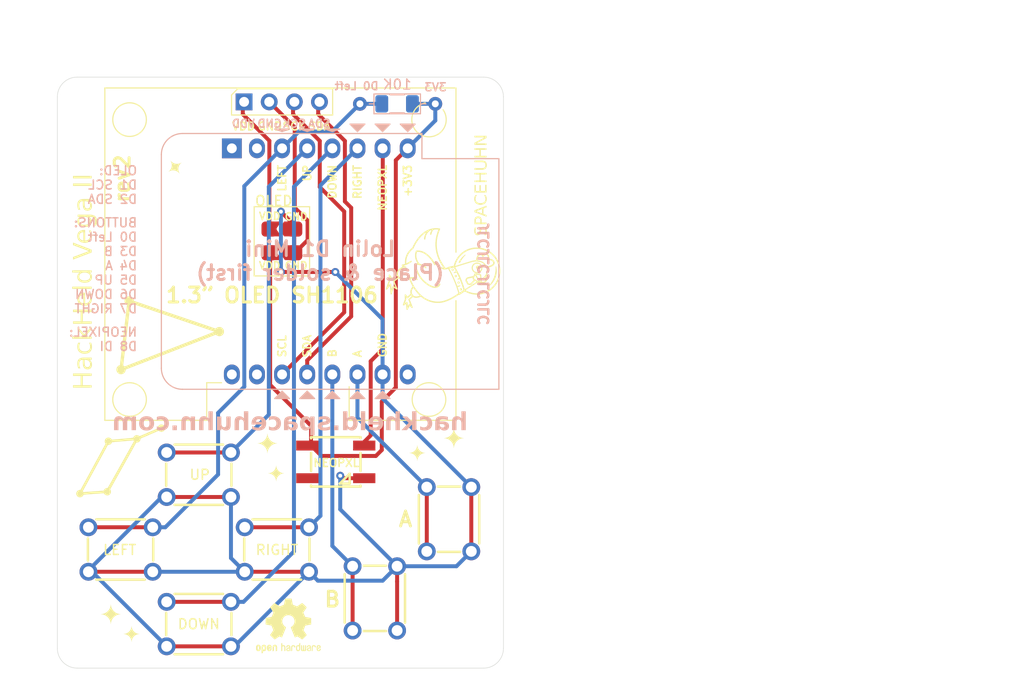
<source format=kicad_pcb>
(kicad_pcb (version 20221018) (generator pcbnew)
  (title_block (title "Hackheld Vega II") (date "2023-02-26") (rev "1") (company "Spacehuhn Technologies") (comment 1 "Designed with <3 by Stefan"))
  (layers (0 "F.Cu" signal) (31 "B.Cu" signal) (34 "B.Paste" user) (35 "F.Paste" user) (36 "B.SilkS" user "B.Silkscreen") (37 "F.SilkS" user "F.Silkscreen") (38 "B.Mask" user) (39 "F.Mask" user) (44 "Edge.Cuts" user))
  (net 0 "")
  (net 1 "+5V")
  (net 3 "/NEOPIXEL")
  (net 4 "GND")
  (net 5 "+3V3")
  (net 6 "/SCL")
  (net 7 "/SDA")
  (net 8 "/LEFT")
  (net 9 "/RIGHT")
  (net 10 "/UP")
  (net 11 "/DOWN")
  (net 12 "/A")
  (net 13 "/B")
  (net 14 "/OLED_VDD")
  (net 15 "/OLED_GND")
  (footprint "_mykicadlib:SW-KEY-TH_4P-L6.0-W6.0-P4.50-LS6.5" (layer "F.Cu") (at 135.99 114.26 180)
    (fp_text reference "SW1" hide)
    (fp_text value "SW_Push")
    (pad "1" thru_hole circle (at -3.25 2.25 180) (size 1.8 1.8) (drill 1.100023) (layers "*.Cu" "*.Paste" "*.Mask") (net 8 "/LEFT"))
    (pad "1" thru_hole circle (at 3.25 2.25 180) (size 1.8 1.8) (drill 1.100023) (layers "*.Cu" "*.Paste" "*.Mask") (net 8 "/LEFT"))
    (pad "2" thru_hole circle (at -3.25 -2.25 180) (size 1.8 1.8) (drill 1.100023) (layers "*.Cu" "*.Paste" "*.Mask") (net 4 "GND"))
    (pad "2" thru_hole circle (at 3.25 -2.25 180) (size 1.8 1.8) (drill 1.100023) (layers "*.Cu" "*.Paste" "*.Mask") (net 4 "GND"))
  )
  (footprint "_mykicadlib:SW-KEY-TH_4P-L6.0-W6.0-P4.50-LS6.5" (layer "F.Cu") (at 161.7 119.2 -90)
    (fp_text reference "SW6" hide)
    (fp_text value "SW_Push")
    (pad "1" thru_hole circle (at -3.25 2.25 270) (size 1.8 1.8) (drill 1.100023) (layers "*.Cu" "*.Paste" "*.Mask") (net 13 "/B"))
    (pad "1" thru_hole circle (at 3.25 2.25 270) (size 1.8 1.8) (drill 1.100023) (layers "*.Cu" "*.Paste" "*.Mask") (net 13 "/B"))
    (pad "2" thru_hole circle (at -3.25 -2.25 270) (size 1.8 1.8) (drill 1.100023) (layers "*.Cu" "*.Paste" "*.Mask") (net 4 "GND"))
    (pad "2" thru_hole circle (at 3.25 -2.25 270) (size 1.8 1.8) (drill 1.100023) (layers "*.Cu" "*.Paste" "*.Mask") (net 4 "GND"))
  )
  (footprint "_mykicadlib:SW-KEY-TH_4P-L6.0-W6.0-P4.50-LS6.5" (layer "F.Cu") (at 169.2 111.2 -90)
    (fp_text reference "SW5" hide)
    (fp_text value "SW_Push")
    (pad "1" thru_hole circle (at -3.25 2.25 270) (size 1.8 1.8) (drill 1.100023) (layers "*.Cu" "*.Paste" "*.Mask") (net 12 "/A"))
    (pad "1" thru_hole circle (at 3.25 2.25 270) (size 1.8 1.8) (drill 1.100023) (layers "*.Cu" "*.Paste" "*.Mask") (net 12 "/A"))
    (pad "2" thru_hole circle (at -3.25 -2.25 270) (size 1.8 1.8) (drill 1.100023) (layers "*.Cu" "*.Paste" "*.Mask") (net 4 "GND"))
    (pad "2" thru_hole circle (at 3.25 -2.25 270) (size 1.8 1.8) (drill 1.100023) (layers "*.Cu" "*.Paste" "*.Mask") (net 4 "GND"))
  )
  (footprint "_mykicadlib:SW-KEY-TH_4P-L6.0-W6.0-P4.50-LS6.5" (layer "F.Cu") (at 143.9 121.8 180)
    (fp_text reference "SW4" hide)
    (fp_text value "SW_Push")
    (pad "1" thru_hole circle (at -3.25 2.25 180) (size 1.8 1.8) (drill 1.100023) (layers "*.Cu" "*.Paste" "*.Mask") (net 11 "/DOWN"))
    (pad "1" thru_hole circle (at 3.25 2.25 180) (size 1.8 1.8) (drill 1.100023) (layers "*.Cu" "*.Paste" "*.Mask") (net 11 "/DOWN"))
    (pad "2" thru_hole circle (at -3.25 -2.25 180) (size 1.8 1.8) (drill 1.100023) (layers "*.Cu" "*.Paste" "*.Mask") (net 4 "GND"))
    (pad "2" thru_hole circle (at 3.25 -2.25 180) (size 1.8 1.8) (drill 1.100023) (layers "*.Cu" "*.Paste" "*.Mask") (net 4 "GND"))
  )
  (footprint "_mykicadlib:SW-KEY-TH_4P-L6.0-W6.0-P4.50-LS6.5" (layer "F.Cu") (at 143.9 106.7 180)
    (fp_text reference "SW3" hide)
    (fp_text value "SW_Push")
    (pad "1" thru_hole circle (at -3.25 2.25 180) (size 1.8 1.8) (drill 1.100023) (layers "*.Cu" "*.Paste" "*.Mask") (net 10 "/UP"))
    (pad "1" thru_hole circle (at 3.25 2.25 180) (size 1.8 1.8) (drill 1.100023) (layers "*.Cu" "*.Paste" "*.Mask") (net 10 "/UP"))
    (pad "2" thru_hole circle (at -3.25 -2.25 180) (size 1.8 1.8) (drill 1.100023) (layers "*.Cu" "*.Paste" "*.Mask") (net 4 "GND"))
    (pad "2" thru_hole circle (at 3.25 -2.25 180) (size 1.8 1.8) (drill 1.100023) (layers "*.Cu" "*.Paste" "*.Mask") (net 4 "GND"))
  )
  (footprint "_mykicadlib:SW-KEY-TH_4P-L6.0-W6.0-P4.50-LS6.5" (layer "F.Cu") (at 151.79 114.26 180)
    (fp_text reference "SW2" hide)
    (fp_text value "SW_Push")
    (pad "1" thru_hole circle (at -3.25 2.25 180) (size 1.8 1.8) (drill 1.100023) (layers "*.Cu" "*.Paste" "*.Mask") (net 9 "/RIGHT"))
    (pad "1" thru_hole circle (at 3.25 2.25 180) (size 1.8 1.8) (drill 1.100023) (layers "*.Cu" "*.Paste" "*.Mask") (net 9 "/RIGHT"))
    (pad "2" thru_hole circle (at -3.25 -2.25 180) (size 1.8 1.8) (drill 1.100023) (layers "*.Cu" "*.Paste" "*.Mask") (net 4 "GND"))
    (pad "2" thru_hole circle (at 3.25 -2.25 180) (size 1.8 1.8) (drill 1.100023) (layers "*.Cu" "*.Paste" "*.Mask") (net 4 "GND"))
  )
  (footprint "_mykicadlib:LED-SMD_4P-L5.0-W5.0-BL_TC5050RGB-handsolder" (layer "F.Cu") (at 157.75 105.4)
    (fp_text reference "D1" hide)
    (fp_text value "WS2812B")
    (pad "1" smd rect (at -2.875 -1.65) (size 2.25 1) (layers "F.Cu" "F.Paste" "F.Mask") (net 5 "+3V3"))
    (pad "2" smd rect (at -2.875 1.65) (size 2.25 1) (layers "F.Cu" "F.Paste" "F.Mask"))
    (pad "3" smd rect (at 2.875 1.65) (size 2.25 1) (layers "F.Cu" "F.Paste" "F.Mask") (net 4 "GND"))
    (pad "4" smd rect (at 2.875 -1.65) (size 2.25 1) (layers "F.Cu" "F.Paste" "F.Mask") (net 3 "/NEOPIXEL"))
  )
  (footprint "Artwork:spacehuhn" (layer "F.Cu") (at 168.268016 86.128536 -60)
    (fp_text reference "G14" hide)
    (fp_text value "LOGO" hide)
  )
  (footprint "Artwork:star_small" (layer "F.Cu") (at 135 120.8)
    (fp_text reference "G8" hide)
    (fp_text value "LOGO" hide)
  )
  (footprint "Artwork:star_tiny" (layer "F.Cu") (at 137.1 122.8)
    (fp_text reference "G7" hide)
    (fp_text value "LOGO" hide)
  )
  (footprint "Artwork:star_tiny" (layer "F.Cu") (at 141.5 75.6 35)
    (fp_text reference "G13" hide)
    (fp_text value "LOGO" hide)
  )
  (footprint "Artwork:summer_triangle" (layer "F.Cu") (at 141 92.6 90)
    (fp_text reference "G10" hide)
    (fp_text value "LOGO" hide)
  )
  (footprint "Artwork:lyra" (layer "F.Cu") (at 136 105.3 -15)
    (fp_text reference "G9" hide)
    (fp_text value "LOGO" hide)
  )
  (footprint "_mykicadlib:OLED_I2C_1.3" (layer "F.Cu") (at 152.68 69.25)
    (fp_text reference "J1" hide)
    (fp_text value "OLED_I2C" hide)
    (fp_text user "VDD" (at -4.28 1.95 unlocked) (layer "B.SilkS") (effects (font (size 0.8 0.8) (thickness 0.16)) (justify mirror)))
    (fp_text user "SDA" (at 3.4 1.95 unlocked) (layer "B.SilkS") (effects (font (size 0.8 0.8) (thickness 0.16)) (justify mirror)))
    (fp_text user "SCK" (at 0.86 1.95 unlocked) (layer "B.SilkS") (effects (font (size 0.8 0.8) (thickness 0.16)) (justify mirror)))
    (fp_text user "GND" (at -1.62 1.95 unlocked) (layer "B.SilkS") (effects (font (size 0.8 0.8) (thickness 0.16)) (justify mirror)))
    (fp_text user "VDD" (at -4.26 2.2265) (layer "F.SilkS") (effects (font (size 0.8 0.8) (thickness 0.16))))
    (fp_text user "1.3” OLED SH1106" (at -1.38 19.3) (layer "F.SilkS") (effects (font (size 1.5 1.5) (thickness 0.3) bold)))
    (fp_text user "SDA" (at 3.42 2.2265) (layer "F.SilkS") (effects (font (size 0.8 0.8) (thickness 0.16))))
    (fp_text user "GND" (at -1.6 2.2265) (layer "F.SilkS") (effects (font (size 0.8 0.8) (thickness 0.16))))
    (fp_text user "SCK" (at 0.88 2.2265) (layer "F.SilkS") (effects (font (size 0.8 0.8) (thickness 0.16))))
    (pad "1" thru_hole rect (at -4.2 -0.25 90) (size 1.7 1.7) (drill 1) (layers "*.Cu" "*.Mask") (net 14 "/OLED_VDD"))
    (pad "2" thru_hole oval (at -1.66 -0.25 90) (size 1.7 1.7) (drill 1) (layers "*.Cu" "*.Mask") (net 15 "/OLED_GND"))
    (pad "3" thru_hole oval (at 0.88 -0.25 90) (size 1.7 1.7) (drill 1) (layers "*.Cu" "*.Mask") (net 6 "/SCL"))
    (pad "4" thru_hole oval (at 3.42 -0.25 90) (size 1.7 1.7) (drill 1) (layers "*.Cu" "*.Mask") (net 7 "/SDA"))
  )
  (footprint "Symbol:OSHW-Logo2_7.3x6mm_SilkScreen" (layer "F.Cu") (at 152.96 121.98)
    (fp_text reference "G11" hide)
    (fp_text value "OSHW-Logo2_7.3x6mm_SilkScreen" hide)
  )
  (footprint "Artwork:star_tiny" (layer "F.Cu") (at 151.72 106.56)
    (fp_text reference "G5" hide)
    (fp_text value "LOGO" hide)
  )
  (footprint "Artwork:star_small" (layer "F.Cu") (at 150.84 103.53 90)
    (fp_text reference "G6" hide)
    (fp_text value "LOGO" hide)
  )
  (footprint "_mykicadlib:SolderJumper_Open" (layer "F.Cu") (at 152.3 81.85 180)
    (fp_text reference "JP4" hide)
    (fp_text value "Jumper_2_Open" hide)
    (pad "1" smd custom (at -0.725 0 180) (size 0.3 0.3) (layers "F.Cu" "F.Mask") (net 4 "GND") (options (clearance outline) (anchor rect)) (primitives (gr_poly (pts (xy 1 0) (xy 0.5 0.75) (xy -0.5 0.75) (xy -0.5 -0.75) (xy 0.5 -0.75)) (width 0) (fill yes))))
    (pad "2" smd custom (at 0.725 0 180) (size 0.3 0.3) (layers "F.Cu" "F.Mask") (net 14 "/OLED_VDD") (options (clearance outline) (anchor rect)) (primitives (gr_poly (pts (xy 0.5 0.75) (xy -0.65 0.75) (xy -0.15 0) (xy -0.65 -0.75) (xy 0.5 -0.75)) (width 0) (fill yes))))
  )
  (footprint "MountingHole:MountingHole_2.2mm_M2" (layer "F.Cu") (at 132 123.85)
    (fp_text reference "REF2" hide)
    (fp_text value "MountingHole_2.2mm_M2" hide)
    (pad "" np_thru_hole circle (at 0 0) (size 2.2 2.2) (drill 2.2) (layers "*.Cu" "*.Mask"))
  )
  (footprint "MountingHole:MountingHole_2.2mm_M2" (layer "F.Cu") (at 172.3 123.85)
    (fp_text reference "REF1" hide)
    (fp_text value "MountingHole_2.2mm_M2" hide)
    (pad "" np_thru_hole circle (at 0 0) (size 2.2 2.2) (drill 2.2) (layers "*.Cu" "*.Mask"))
  )
  (footprint "_mykicadlib:Bridge" (layer "F.Cu") (at 153.6 83.062 180)
    (fp_text reference "JP2" hide)
    (fp_text value "Jumper_2_Bridged" hide)
    (fp_line (start 0 -0.438) (end 0 0.438) (stroke (width 0.3)) (layer "F.Cu"))
    (pad "1" smd roundrect (at 0 -1.2 180) (size 1.524 1.524) (layers "F.Cu" "F.Mask") (net 15 "/OLED_GND"))
    (pad "2" smd roundrect (at 0 1.2 180) (size 1.524 1.524) (layers "F.Cu" "F.Mask") (net 4 "GND"))
  )
  (footprint "_mykicadlib:Bridge" (layer "F.Cu") (at 151 83.062 180)
    (fp_text reference "JP1" hide)
    (fp_text value "Jumper_2_Bridged" hide)
    (fp_line (start 0 -0.438) (end 0 0.438) (stroke (width 0.3)) (layer "F.Cu"))
    (pad "1" smd roundrect (at 0 -1.2 180) (size 1.524 1.524) (layers "F.Cu" "F.Mask") (net 5 "+3V3"))
    (pad "2" smd roundrect (at 0 1.2 180) (size 1.524 1.524) (layers "F.Cu" "F.Mask") (net 14 "/OLED_VDD"))
  )
  (footprint "MountingHole:MountingHole_2.2mm_M2" (layer "F.Cu") (at 172.3 68.9)
    (fp_text reference "REF4" hide)
    (fp_text value "MountingHole_2.2mm_M2" hide)
    (pad "" np_thru_hole circle (at 0 0) (size 2.2 2.2) (drill 2.2) (layers "*.Cu" "*.Mask"))
  )
  (footprint "Artwork:star_small" (layer "F.Cu") (at 169.69 103 90)
    (fp_text reference "G4" hide)
    (fp_text value "LOGO" hide)
  )
  (footprint "_mykicadlib:SolderJumper_Open" (layer "F.Cu") (at 152.375 84.25 180)
    (fp_text reference "JP3" hide)
    (fp_text value "Jumper_2_Open" hide)
    (pad "1" smd custom (at -0.725 0 180) (size 0.3 0.3) (layers "F.Cu" "F.Mask") (net 15 "/OLED_GND") (options (clearance outline) (anchor rect)) (primitives (gr_poly (pts (xy 1 0) (xy 0.5 0.75) (xy -0.5 0.75) (xy -0.5 -0.75) (xy 0.5 -0.75)) (width 0) (fill yes))))
    (pad "2" smd custom (at 0.725 0 180) (size 0.3 0.3) (layers "F.Cu" "F.Mask") (net 5 "+3V3") (options (clearance outline) (anchor rect)) (primitives (gr_poly (pts (xy 0.5 0.75) (xy -0.65 0.75) (xy -0.15 0) (xy -0.65 -0.75) (xy 0.5 -0.75)) (width 0) (fill yes))))
  )
  (footprint "Artwork:star_tiny" (layer "F.Cu") (at 165.99 104.5)
    (fp_text reference "G3" hide)
    (fp_text value "LOGO" hide)
  )
  (footprint "MountingHole:MountingHole_2.2mm_M2" (layer "F.Cu") (at 132 68.9)
    (fp_text reference "REF3" hide)
    (fp_text value "MountingHole_2.2mm_M2" hide)
    (pad "" np_thru_hole circle (at 0 0) (size 2.2 2.2) (drill 2.2) (layers "*.Cu" "*.Mask"))
  )
  (footprint "_mykicadlib:D1_mini_ESP8266" (layer "B.Cu") (at 147.24 73.7 -90)
    (fp_text reference "U1" hide)
    (fp_text value "D1_mini")
    (pad "1" thru_hole rect (at 0 0 270) (size 2 2) (drill 1) (layers "*.Cu" "*.Mask"))
    (pad "2" thru_hole oval (at 0 -2.54 270) (size 2 1.6) (drill 1) (layers "*.Cu" "*.Mask"))
    (pad "3" thru_hole oval (at 0 -5.08 270) (size 2 1.6) (drill 1) (layers "*.Cu" "*.Mask") (net 8 "/LEFT"))
    (pad "4" thru_hole oval (at 0 -7.62 270) (size 2 1.6) (drill 1) (layers "*.Cu" "*.Mask") (net 10 "/UP"))
    (pad "5" thru_hole oval (at 0 -10.16 270) (size 2 1.6) (drill 1) (layers "*.Cu" "*.Mask") (net 11 "/DOWN"))
    (pad "6" thru_hole oval (at 0 -12.7 270) (size 2 1.6) (drill 1) (layers "*.Cu" "*.Mask") (net 9 "/RIGHT"))
    (pad "7" thru_hole oval (at 0 -15.24 270) (size 2 1.6) (drill 1) (layers "*.Cu" "*.Mask") (net 3 "/NEOPIXEL"))
    (pad "8" thru_hole oval (at 0 -17.78 270) (size 2 1.6) (drill 1) (layers "*.Cu" "*.Mask") (net 5 "+3V3"))
    (pad "9" thru_hole oval (at 22.86 -17.78 270) (size 2 1.6) (drill 1) (layers "*.Cu" "*.Mask") (net 1 "+5V"))
    (pad "10" thru_hole oval (at 22.86 -15.24 270) (size 2 1.6) (drill 1) (layers "*.Cu" "*.Mask") (net 4 "GND"))
    (pad "11" thru_hole oval (at 22.86 -12.7 270) (size 2 1.6) (drill 1) (layers "*.Cu" "*.Mask") (net 12 "/A"))
    (pad "12" thru_hole oval (at 22.86 -10.16 270) (size 2 1.6) (drill 1) (layers "*.Cu" "*.Mask") (net 13 "/B"))
    (pad "13" thru_hole oval (at 22.86 -7.62 270) (size 2 1.6) (drill 1) (layers "*.Cu" "*.Mask") (net 7 "/SDA"))
    (pad "14" thru_hole oval (at 22.86 -5.08 270) (size 2 1.6) (drill 1) (layers "*.Cu" "*.Mask") (net 6 "/SCL"))
    (pad "15" thru_hole oval (at 22.86 -2.54 270) (size 2 1.6) (drill 1) (layers "*.Cu" "*.Mask"))
    (pad "16" thru_hole oval (at 22.86 0 270) (size 2 1.6) (drill 1) (layers "*.Cu" "*.Mask"))
  )
  (footprint "Resistor_THT:R_Axial_DIN0204_L3.6mm_D1.6mm_P7.62mm_Horizontal" (layer "B.Cu") (at 167.81 69.2 180)
    (fp_text reference "R2" hide)
    (fp_text value "10K")
    (pad "1" thru_hole circle (at 0 0 180) (size 1.4 1.4) (drill 0.7) (layers "*.Cu" "*.Mask") (net 5 "+3V3"))
    (pad "2" thru_hole oval (at 7.62 0 180) (size 1.4 1.4) (drill 0.7) (layers "*.Cu" "*.Mask") (net 8 "/LEFT"))
  )
  (footprint "Resistor_SMD:R_1206_3216Metric_Pad1.30x1.75mm_HandSolder" (layer "B.Cu") (at 163.95 69.2 180)
    (fp_text reference "R1" hide)
    (fp_text value "10K" hide)
    (pad "1" smd roundrect (at -1.55 0 180) (size 1.3 1.75) (layers "B.Cu" "B.Paste" "B.Mask") (roundrect_rratio 0.1923076923) (net 5 "+3V3"))
    (pad "2" smd roundrect (at 1.55 0 180) (size 1.3 1.75) (layers "B.Cu" "B.Paste" "B.Mask") (roundrect_rratio 0.1923076923) (net 8 "/LEFT"))
  )
  (gr_poly (pts (xy 163.23 71.25) (xy 162.48 72) (xy 161.73 71.25)) (stroke (width 0.12)) (fill solid) (layer "B.SilkS"))
  (gr_poly (pts (xy 165.77 71.25) (xy 165.02 72) (xy 164.27 71.25)) (stroke (width 0.12)) (fill solid) (layer "B.SilkS"))
  (gr_poly (pts (xy 155.61 71.75) (xy 154.86 72) (xy 154.11 71.75)) (stroke (width 0.12)) (fill solid) (layer "B.SilkS"))
  (gr_poly (pts (xy 161.73 99) (xy 162.48 98.25) (xy 163.23 99)) (stroke (width 0.12)) (fill solid) (layer "B.SilkS"))
  (gr_poly (pts (xy 151.57 99) (xy 152.32 98.25) (xy 153.07 99)) (stroke (width 0.12)) (fill solid) (layer "B.SilkS"))
  (gr_poly (pts (xy 158.15 71.75) (xy 157.4 72) (xy 156.65 71.75)) (stroke (width 0.12)) (fill solid) (layer "B.SilkS"))
  (gr_poly (pts (xy 159.19 99) (xy 159.94 98.25) (xy 160.69 99)) (stroke (width 0.12)) (fill solid) (layer "B.SilkS"))
  (gr_poly (pts (xy 160.69 71.25) (xy 159.94 72) (xy 159.19 71.25)) (stroke (width 0.12)) (fill solid) (layer "B.SilkS"))
  (gr_poly (pts (xy 156.65 99) (xy 157.4 98.25) (xy 158.15 99)) (stroke (width 0.12)) (fill solid) (layer "B.SilkS"))
  (gr_poly (pts (xy 154.11 99) (xy 154.86 98.25) (xy 155.61 99)) (stroke (width 0.12)) (fill solid) (layer "B.SilkS"))
  (gr_poly (pts (xy 153.07 71.75) (xy 152.32 72) (xy 151.57 71.75)) (stroke (width 0.12)) (fill solid) (layer "B.SilkS"))
  (gr_line (start 149.5 86.6) (end 155.1 86.6) (stroke (width 0.12)) (layer "F.SilkS"))
  (gr_line (start 155.1 86.6) (end 155.1 79.6) (stroke (width 0.12)) (layer "F.SilkS"))
  (gr_line (start 149.5 79.6) (end 149.5 86.6) (stroke (width 0.12)) (layer "F.SilkS"))
  (gr_line (start 155.1 79.6) (end 149.5 79.6) (stroke (width 0.12)) (layer "F.SilkS"))
  (gr_arc (start 172.7 66.5) (mid 174.114214 67.085786) (end 174.7 68.5) (stroke (width 0.05)) (layer "Edge.Cuts"))
  (gr_line (start 174.7 124.25) (end 174.7 68.5) (stroke (width 0.05)) (layer "Edge.Cuts"))
  (gr_arc (start 129.6 68.5) (mid 130.185786 67.085786) (end 131.6 66.5) (stroke (width 0.05)) (layer "Edge.Cuts"))
  (gr_line (start 131.6 66.5) (end 172.7 66.5) (stroke (width 0.05)) (layer "Edge.Cuts"))
  (gr_line (start 172.7 126.25) (end 131.6 126.25) (stroke (width 0.05)) (layer "Edge.Cuts"))
  (gr_arc (start 131.6 126.25) (mid 130.185786 125.664214) (end 129.6 124.25) (stroke (width 0.05)) (layer "Edge.Cuts"))
  (gr_arc (start 174.7 124.25) (mid 174.114214 125.664214) (end 172.7 126.25) (stroke (width 0.05)) (layer "Edge.Cuts"))
  (gr_line (start 129.6 124.25) (end 129.6 68.5) (stroke (width 0.05)) (layer "Edge.Cuts"))
  (gr_text "OLED:\nD1 SCL\nD2 SDA" (at 137.75 77.4) (layer "B.SilkS") (effects (font (size 0.9 0.9) (thickness 0.15) bold) (justify left mirror)))
  (gr_text "JLCJLCJLCJLC" (at 173.3 81.1 90) (layer "B.SilkS") (effects (font (size 1 1) (thickness 0.25) bold) (justify left bottom mirror)))
  (gr_text "10K" (at 165.5 67.825) (layer "B.SilkS") (effects (font (size 1 1)) (justify left bottom mirror)))
  (gr_text "NEOPIXEL:\nD8 DI" (at 137.75 93) (layer "B.SilkS") (effects (font (size 0.9 0.9) (thickness 0.15) bold) (justify left mirror)))
  (gr_text "BUTTONS:\nD0 Left\nD3 B\nD4 A\nD5 UP\nD6 DOWN\nD7 RIGHT" (at 137.75 85.5645) (layer "B.SilkS") (effects (font (size 0.9 0.9) (thickness 0.15) bold) (justify left mirror)))
  (gr_text "3V3" (at 169.03 67.98) (layer "B.SilkS") (effects (font (size 0.8 0.8)) (justify left bottom mirror)))
  (gr_text "hackheld.spacehuhn.com" (at 171.101877 102.5) (layer "B.SilkS") (effects (font (size 1.8 1.8) (thickness 0.3) bold) (justify left bottom mirror)))
  (gr_text "D0 Left" (at 162.16 67.87) (layer "B.SilkS") (effects (font (size 0.8 0.8)) (justify left bottom mirror)))
  (gr_text "Lolin D1 Mini\n(Place & solder first)" (at 156.17 85.07) (layer "B.SilkS") (effects (font (size 1.5 1.5) (thickness 0.3)) (justify mirror)))
  (gr_text "UP" (at 144 106.7) (layer "F.SilkS") (effects (font (size 1 1))))
  (gr_text "DOWN" (at 143.9 121.8) (layer "F.SilkS") (effects (font (size 1 1))))
  (gr_text "A" (at 164.8 111.2) (layer "F.SilkS") (effects (font (size 1.5 1.5) (thickness 0.3))))
  (gr_text "RIGHT" (at 151.8 114.3) (layer "F.SilkS") (effects (font (size 1 1))))
  (gr_text "LEFT" (at 135.9 114.3) (layer "F.SilkS") (effects (font (size 1 1))))
  (gr_text "A" (at 159.94 94.471429 90) (layer "F.SilkS") (effects (font (size 0.8 0.8) (thickness 0.16))))
  (gr_text "NEOPXL" (at 162.48 77.690476 90) (layer "F.SilkS") (effects (font (size 0.8 0.8) (thickness 0.16))))
  (gr_text "DOWN" (at 157.4 77.080952 90) (layer "F.SilkS") (effects (font (size 0.8 0.8) (thickness 0.16))))
  (gr_text "RIGHT" (at 159.94 77.1 90) (layer "F.SilkS") (effects (font (size 0.8 0.8) (thickness 0.16))))
  (gr_text "UP" (at 154.86 76.204762 90) (layer "F.SilkS") (effects (font (size 0.8 0.8) (thickness 0.16))))
  (gr_text "LEFT" (at 152.32 76.719048 90) (layer "F.SilkS") (effects (font (size 0.8 0.8) (thickness 0.16))))
  (gr_text "SCL" (at 152.32 93.709524 90) (layer "F.SilkS") (effects (font (size 0.8 0.8) (thickness 0.16))))
  (gr_text "GND" (at 162.48 93.595238 90) (layer "F.SilkS") (effects (font (size 0.8 0.8) (thickness 0.16))))
  (gr_text "rev2" (at 137.05 79.35 90) (layer "F.SilkS") (effects (font (size 1.5 1.5) (thickness 0.3) bold) (justify left bottom)))
  (gr_text "HackHeld Vega II" (at 133.381574 98.15 90) (layer "F.SilkS") (effects (font (size 1.85 1.85)) (justify left bottom)))
  (gr_text "B" (at 157.4 94.414286 90) (layer "F.SilkS") (effects (font (size 0.8 0.8) (thickness 0.16))))
  (gr_text "NEOPXL" (at 157.8 105.5) (layer "F.SilkS") (effects (font (size 0.8 0.8))))
  (gr_text "GND" (at 152.5 81.05) (layer "F.SilkS") (effects (font (size 0.75 0.75)) (justify left bottom)))
  (gr_text "OLED" (at 149.5 79.6) (layer "F.SilkS") (effects (font (size 1 1)) (justify left bottom)))
  (gr_text "VDD" (at 149.9 81) (layer "F.SilkS") (effects (font (size 0.75 0.75)) (justify left bottom)))
  (gr_text "GND" (at 152.5 86) (layer "F.SilkS") (effects (font (size 0.75 0.75)) (justify left bottom)))
  (gr_text "B" (at 157.4 119.3) (layer "F.SilkS") (effects (font (size 1.5 1.5) (thickness 0.3))))
  (gr_text "+3V3" (at 165.02 76.985714 90) (layer "F.SilkS") (effects (font (size 0.8 0.8) (thickness 0.16))))
  (gr_text "VDD" (at 149.9 86) (layer "F.SilkS") (effects (font (size 0.75 0.75)) (justify left bottom)))
  (gr_text "SDA" (at 154.86 93.690477 90) (layer "F.SilkS") (effects (font (size 0.8 0.8) (thickness 0.16))))
  (gr_text "SPACEHUHN" (at 173.196156 82.6 90) (layer "F.SilkS") (effects (font (size 1.2 1.2)) (justify left bottom)))
  (segment (start 162.5 94) (end 161.28 95.22) (width 0.4) (layer "F.Cu") (net 3))
  (segment (start 162.5 73.72) (end 162.5 94) (width 0.4) (layer "F.Cu") (net 3))
  (segment (start 161.28 102.72) (end 160.25 103.75) (width 0.4) (layer "F.Cu") (net 3))
  (segment (start 162.48 73.7) (end 162.5 73.72) (width 0.4) (layer "F.Cu") (net 3))
  (segment (start 161.28 95.22) (end 161.28 102.72) (width 0.4) (layer "F.Cu") (net 3))
  (segment (start 158.1995 106.8) (end 158.4495 107.05) (width 0.4) (layer "F.Cu") (net 4))
  (segment (start 171.45 107.95) (end 171.45 114.45) (width 0.4) (layer "F.Cu") (net 4))
  (segment (start 157.7 86.2) (end 152.2 86.2) (width 0.4) (layer "F.Cu") (net 4))
  (segment (start 163.95 122.45) (end 163.95 117.4929) (width 0.4) (layer "F.Cu") (net 4))
  (segment (start 163.95 117.4929) (end 163.95 115.95) (width 0.4) (layer "F.Cu") (net 4))
  (segment (start 147.15 108.95) (end 140.65 108.95) (width 0.4) (layer "F.Cu") (net 4))
  (segment (start 158.4495 107.05) (end 160.25 107.05) (width 0.4) (layer "F.Cu") (net 4))
  (segment (start 153.6 82.012) (end 153.6 81.5) (width 0.4) (layer "F.Cu") (net 4))
  (segment (start 155.04 116.51) (end 148.54 116.51) (width 0.4) (layer "F.Cu") (net 4))
  (segment (start 153.6 81.5) (end 152.2 80.1) (width 0.4) (layer "F.Cu") (net 4))
  (segment (start 139.24 116.51) (end 132.74 116.51) (width 0.4) (layer "F.Cu") (net 4))
  (segment (start 147.15 124.05) (end 140.65 124.05) (width 0.4) (layer "F.Cu") (net 4))
  (via (at 152.2 80.1) (size 0.8) (drill 0.4) (layers "F.Cu" "B.Cu") (net 4))
  (via (at 157.7 86.2) (size 0.8) (drill 0.4) (layers "F.Cu" "B.Cu") (net 4))
  (via (at 152.2 86.2) (size 0.8) (drill 0.4) (layers "F.Cu" "B.Cu") (net 4))
  (via (at 158.1995 106.8) (size 0.8) (drill 0.4) (layers "F.Cu" "B.Cu") (net 4))
  (segment (start 162.48 98.98) (end 171.45 107.95) (width 0.4) (layer "B.Cu") (net 4))
  (segment (start 139.24 116.51) (end 148.54 116.51) (width 0.4) (layer "B.Cu") (net 4))
  (segment (start 147.5 124.05) (end 147.15 124.05) (width 0.4) (layer "B.Cu") (net 4))
  (segment (start 140.15 108.95) (end 132.74 116.36) (width 0.4) (layer "B.Cu") (net 4))
  (segment (start 155.94 117.41) (end 162.49 117.41) (width 0.4) (layer "B.Cu") (net 4))
  (segment (start 157.7 86.2) (end 162.48 90.98) (width 0.4) (layer "B.Cu") (net 4))
  (segment (start 163.95 115.95) (end 169.95 115.95) (width 0.4) (layer "B.Cu") (net 4))
  (segment (start 162.48 96.56) (end 162.48 98.98) (width 0.4) (layer "B.Cu") (net 4))
  (segment (start 147.15 108.95) (end 147.15 115.12) (width 0.4) (layer "B.Cu") (net 4))
  (segment (start 133.11 116.51) (end 132.74 116.51) (width 0.4) (layer "B.Cu") (net 4))
  (segment (start 158.1995 110.1995) (end 163.95 115.95) (width 0.4) (layer "B.Cu") (net 4))
  (segment (start 162.49 117.41) (end 163.95 115.95) (width 0.4) (layer "B.Cu") (net 4))
  (segment (start 152.2 86.2) (end 152.2 80.1) (width 0.4) (layer "B.Cu") (net 4))
  (segment (start 140.65 108.95) (end 140.15 108.95) (width 0.4) (layer "B.Cu") (net 4))
  (segment (start 147.15 115.12) (end 148.54 116.51) (width 0.4) (layer "B.Cu") (net 4))
  (segment (start 132.74 116.36) (end 132.74 116.51) (width 0.4) (layer "B.Cu") (net 4))
  (segment (start 155.04 116.51) (end 147.5 124.05) (width 0.4) (layer "B.Cu") (net 4))
  (segment (start 169.95 115.95) (end 171.45 114.45) (width 0.4) (layer "B.Cu") (net 4))
  (segment (start 155.04 116.51) (end 155.94 117.41) (width 0.4) (layer "B.Cu") (net 4))
  (segment (start 140.65 124.05) (end 133.11 116.51) (width 0.4) (layer "B.Cu") (net 4))
  (segment (start 162.48 90.98) (end 162.48 96.56) (width 0.4) (layer "B.Cu") (net 4))
  (segment (start 158.1995 106.8) (end 158.1995 110.1995) (width 0.4) (layer "B.Cu") (net 4))
  (segment (start 151.1102 97.6102) (end 151.1102 84.2222) (width 0.4) (layer "F.Cu") (net 5))
  (segment (start 155.25 103.75) (end 155.25 101.75) (width 0.4) (layer "F.Cu") (net 5))
  (segment (start 156.3 104.8) (end 155.25 103.75) (width 0.4) (layer "F.Cu") (net 5))
  (segment (start 163.82 74.9) (end 163.82 97.88) (width 0.4) (layer "F.Cu") (net 5))
  (segment (start 155.25 101.75) (end 151.1102 97.6102) (width 0.4) (layer "F.Cu") (net 5))
  (segment (start 162.4 104.2) (end 161.8 104.8) (width 0.4) (layer "F.Cu") (net 5))
  (segment (start 162.4 99.3) (end 162.4 104.2) (width 0.4) (layer "F.Cu") (net 5))
  (segment (start 161.8 104.8) (end 156.3 104.8) (width 0.4) (layer "F.Cu") (net 5))
  (segment (start 165.02 73.7) (end 163.82 74.9) (width 0.4) (layer "F.Cu") (net 5))
  (segment (start 163.82 97.88) (end 162.4 99.3) (width 0.4) (layer "F.Cu") (net 5))
  (segment (start 165.5 69.2) (end 167.81 69.2) (width 0.4) (layer "B.Cu") (net 5))
  (segment (start 165.02 73.68) (end 167.81 70.89) (width 0.4) (layer "B.Cu") (net 5))
  (segment (start 165.02 73.7) (end 165.02 73.68) (width 0.4) (layer "B.Cu") (net 5))
  (segment (start 167.81 70.89) (end 167.81 69.2) (width 0.4) (layer "B.Cu") (net 5))
  (segment (start 158.6 80.0874) (end 156.13 77.6174) (width 0.4) (layer "F.Cu") (net 6))
  (segment (start 156.13 72.9501) (end 153.43 70.2501) (width 0.4) (layer "F.Cu") (net 6))
  (segment (start 152.32 96.56) (end 158.6 90.28) (width 0.4) (layer "F.Cu") (net 6))
  (segment (start 158.6 90.28) (end 158.6 80.0874) (width 0.4) (layer "F.Cu") (net 6))
  (segment (start 153.43 70.2501) (end 153.43 69) (width 0.4) (layer "F.Cu") (net 6))
  (segment (start 156.13 77.6174) (end 156.13 72.9501) (width 0.4) (layer "F.Cu") (net 6))
  (segment (start 158.67 79.07) (end 158.67 72.9501) (width 0.4) (layer "F.Cu") (net 7))
  (segment (start 154.86 96.56) (end 154.86 95.14) (width 0.4) (layer "F.Cu") (net 7))
  (segment (start 159.3066 79.7066) (end 158.67 79.07) (width 0.4) (layer "F.Cu") (net 7))
  (segment (start 159.3066 90.6934) (end 159.3066 79.7066) (width 0.4) (layer "F.Cu") (net 7))
  (segment (start 155.97 70.2501) (end 155.97 69) (width 0.4) (layer "F.Cu") (net 7))
  (segment (start 154.86 95.14) (end 159.3066 90.6934) (width 0.4) (layer "F.Cu") (net 7))
  (segment (start 158.67 72.9501) (end 155.97 70.2501) (width 0.4) (layer "F.Cu") (net 7))
  (segment (start 132.74 112.01) (end 139.24 112.01) (width 0.4) (layer "F.Cu") (net 8))
  (segment (start 148.5 97.8) (end 148.5 77.52) (width 0.4) (layer "B.Cu") (net 8))
  (segment (start 140.513 112.01) (end 145.85 106.673) (width 0.4) (layer "B.Cu") (net 8))
  (segment (start 160.19 69.2) (end 157.39 72) (width 0.4) (layer "B.Cu") (net 8))
  (segment (start 148.5 77.52) (end 152.32 73.7) (width 0.4) (layer "B.Cu") (net 8))
  (segment (start 145.85 100.45) (end 148.5 97.8) (width 0.4) (layer "B.Cu") (net 8))
  (segment (start 157.39 72) (end 154.02 72) (width 0.4) (layer "B.Cu") (net 8))
  (segment (start 160.19 69.2) (end 162.4 69.2) (width 0.4) (layer "B.Cu") (net 8))
  (segment (start 139.24 112.01) (end 140.513 112.01) (width 0.4) (layer "B.Cu") (net 8))
  (segment (start 154.02 72) (end 152.32 73.7) (width 0.4) (layer "B.Cu") (net 8))
  (segment (start 145.85 106.673) (end 145.85 100.45) (width 0.4) (layer "B.Cu") (net 8))
  (segment (start 148.54 112.01) (end 155.04 112.01) (width 0.4) (layer "F.Cu") (net 9))
  (segment (start 156.2 77.44) (end 159.94 73.7) (width 0.4) (layer "B.Cu") (net 9))
  (segment (start 155.04 112.01) (end 156.2 110.85) (width 0.4) (layer "B.Cu") (net 9))
  (segment (start 156.2 110.85) (end 156.2 77.44) (width 0.4) (layer "B.Cu") (net 9))
  (segment (start 140.65 104.45) (end 147.15 104.45) (width 0.4) (layer "F.Cu") (net 10))
  (segment (start 154.86 73.7) (end 150.98 77.58) (width 0.4) (layer "B.Cu") (net 10))
  (segment (start 150.98 77.58) (end 150.98 100.62) (width 0.4) (layer "B.Cu") (net 10))
  (segment (start 150.98 100.62) (end 147.15 104.45) (width 0.4) (layer "B.Cu") (net 10))
  (segment (start 140.65 119.55) (end 147.15 119.55) (width 0.4) (layer "F.Cu") (net 11))
  (segment (start 147.15 119.55) (end 148.423 119.55) (width 0.4) (layer "B.Cu") (net 11))
  (segment (start 153.52 77.58) (end 157.4 73.7) (width 0.4) (layer "B.Cu") (net 11))
  (segment (start 153.52 114.453) (end 153.52 77.58) (width 0.4) (layer "B.Cu") (net 11))
  (segment (start 148.423 119.55) (end 153.52 114.453) (width 0.4) (layer "B.Cu") (net 11))
  (segment (start 166.95 114.45) (end 166.95 107.95) (width 0.4) (layer "F.Cu") (net 12))
  (segment (start 166.95 107.95) (end 159.94 100.94) (width 0.4) (layer "B.Cu") (net 12))
  (segment (start 159.94 100.94) (end 159.94 96.56) (width 0.4) (layer "B.Cu") (net 12))
  (segment (start 159.45 122.45) (end 159.45 115.95) (width 0.4) (layer "F.Cu") (net 13))
  (segment (start 157.4 113.9) (end 157.4 96.56) (width 0.4) (layer "B.Cu") (net 13))
  (segment (start 159.45 115.95) (end 157.4 113.9) (width 0.4) (layer "B.Cu") (net 13))
  (segment (start 148.35 70.2501) (end 148.35 69) (width 0.4) (layer "F.Cu") (net 14))
  (segment (start 151.0331 81.9789) (end 151.0331 72.9332) (width 0.4) (layer "F.Cu") (net 14))
  (segment (start 151.0331 72.9332) (end 148.35 70.2501) (width 0.4) (layer "F.Cu") (net 14))
  (segment (start 154.9 82.977817) (end 154.9 81) (width 0.4) (layer "F.Cu") (net 15))
  (segment (start 153.6 84.112) (end 153.765817 84.112) (width 0.4) (layer "F.Cu") (net 15))
  (segment (start 153.6 71.58) (end 151.02 69) (width 0.4) (layer "F.Cu") (net 15))
  (segment (start 153.6 79.7) (end 153.6 71.58) (width 0.4) (layer "F.Cu") (net 15))
  (segment (start 153.765817 84.112) (end 154.9 82.977817) (width 0.4) (layer "F.Cu") (net 15))
  (segment (start 154.9 81) (end 153.6 79.7) (width 0.4) (layer "F.Cu") (net 15))
)
</source>
